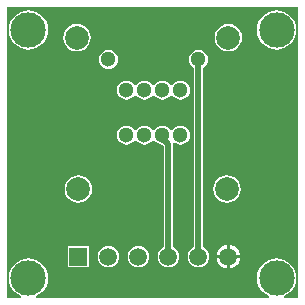
<source format=gbl>
G04*
G04 #@! TF.GenerationSoftware,Altium Limited,Altium Designer,19.1.3 (30)*
G04*
G04 Layer_Physical_Order=2*
G04 Layer_Color=16711680*
%FSLAX25Y25*%
%MOIN*%
G70*
G01*
G75*
%ADD24C,0.01968*%
%ADD25C,0.05906*%
%ADD26R,0.05906X0.05906*%
%ADD27C,0.11811*%
%ADD28C,0.05118*%
%ADD29C,0.07874*%
G36*
X97622Y1303D02*
X92989D01*
X92915Y1803D01*
X93049Y1843D01*
X94178Y2447D01*
X95167Y3258D01*
X95979Y4248D01*
X96582Y5376D01*
X96953Y6601D01*
X97079Y7874D01*
X96953Y9148D01*
X96582Y10372D01*
X95979Y11501D01*
X95167Y12490D01*
X94178Y13301D01*
X93049Y13905D01*
X91825Y14276D01*
X90551Y14401D01*
X89278Y14276D01*
X88053Y13905D01*
X86925Y13301D01*
X85936Y12490D01*
X85124Y11501D01*
X84521Y10372D01*
X84149Y9148D01*
X84024Y7874D01*
X84149Y6601D01*
X84521Y5376D01*
X85124Y4248D01*
X85936Y3258D01*
X86925Y2447D01*
X88053Y1843D01*
X88187Y1803D01*
X88113Y1303D01*
X10312D01*
X10238Y1803D01*
X10372Y1843D01*
X11501Y2447D01*
X12490Y3258D01*
X13301Y4248D01*
X13905Y5376D01*
X14276Y6601D01*
X14401Y7874D01*
X14276Y9148D01*
X13905Y10372D01*
X13301Y11501D01*
X12490Y12490D01*
X11501Y13301D01*
X10372Y13905D01*
X9148Y14276D01*
X7874Y14401D01*
X6601Y14276D01*
X5376Y13905D01*
X4248Y13301D01*
X3258Y12490D01*
X2447Y11501D01*
X1843Y10372D01*
X1472Y9148D01*
X1347Y7874D01*
X1472Y6601D01*
X1843Y5376D01*
X2447Y4248D01*
X3258Y3258D01*
X4248Y2447D01*
X5376Y1843D01*
X5510Y1803D01*
X5436Y1303D01*
X803D01*
Y98122D01*
X97622D01*
Y1303D01*
D02*
G37*
%LPC*%
G36*
X90551Y97079D02*
X89278Y96953D01*
X88053Y96582D01*
X86925Y95979D01*
X85936Y95167D01*
X85124Y94178D01*
X84521Y93049D01*
X84149Y91825D01*
X84024Y90551D01*
X84149Y89278D01*
X84521Y88053D01*
X85124Y86925D01*
X85936Y85936D01*
X86925Y85124D01*
X88053Y84521D01*
X89278Y84149D01*
X90551Y84024D01*
X91825Y84149D01*
X93049Y84521D01*
X94178Y85124D01*
X95167Y85936D01*
X95979Y86925D01*
X96582Y88053D01*
X96953Y89278D01*
X97079Y90551D01*
X96953Y91825D01*
X96582Y93049D01*
X95979Y94178D01*
X95167Y95167D01*
X94178Y95979D01*
X93049Y96582D01*
X91825Y96953D01*
X90551Y97079D01*
D02*
G37*
G36*
X7874D02*
X6601Y96953D01*
X5376Y96582D01*
X4248Y95979D01*
X3258Y95167D01*
X2447Y94178D01*
X1843Y93049D01*
X1472Y91825D01*
X1347Y90551D01*
X1472Y89278D01*
X1843Y88053D01*
X2447Y86925D01*
X3258Y85936D01*
X4248Y85124D01*
X5376Y84521D01*
X6601Y84149D01*
X7874Y84024D01*
X9148Y84149D01*
X10372Y84521D01*
X11501Y85124D01*
X12490Y85936D01*
X13301Y86925D01*
X13905Y88053D01*
X14276Y89278D01*
X14401Y90551D01*
X14276Y91825D01*
X13905Y93049D01*
X13301Y94178D01*
X12490Y95167D01*
X11501Y95979D01*
X10372Y96582D01*
X9148Y96953D01*
X7874Y97079D01*
D02*
G37*
G36*
X74500Y92567D02*
X73318Y92411D01*
X72217Y91955D01*
X71271Y91229D01*
X70545Y90283D01*
X70089Y89182D01*
X69933Y88000D01*
X70089Y86818D01*
X70545Y85717D01*
X71271Y84771D01*
X72217Y84045D01*
X73318Y83589D01*
X74500Y83433D01*
X75682Y83589D01*
X76783Y84045D01*
X77729Y84771D01*
X78455Y85717D01*
X78911Y86818D01*
X79067Y88000D01*
X78911Y89182D01*
X78455Y90283D01*
X77729Y91229D01*
X76783Y91955D01*
X75682Y92411D01*
X74500Y92567D01*
D02*
G37*
G36*
X24000D02*
X22818Y92411D01*
X21717Y91955D01*
X20771Y91229D01*
X20045Y90283D01*
X19589Y89182D01*
X19433Y88000D01*
X19589Y86818D01*
X20045Y85717D01*
X20771Y84771D01*
X21717Y84045D01*
X22818Y83589D01*
X24000Y83433D01*
X25182Y83589D01*
X26283Y84045D01*
X27229Y84771D01*
X27955Y85717D01*
X28411Y86818D01*
X28567Y88000D01*
X28411Y89182D01*
X27955Y90283D01*
X27229Y91229D01*
X26283Y91955D01*
X25182Y92411D01*
X24000Y92567D01*
D02*
G37*
G36*
X34500Y83894D02*
X33678Y83785D01*
X32912Y83468D01*
X32254Y82963D01*
X31749Y82305D01*
X31431Y81539D01*
X31323Y80717D01*
X31431Y79895D01*
X31749Y79129D01*
X32254Y78471D01*
X32912Y77966D01*
X33678Y77649D01*
X34500Y77540D01*
X35322Y77649D01*
X36088Y77966D01*
X36746Y78471D01*
X37251Y79129D01*
X37569Y79895D01*
X37677Y80717D01*
X37569Y81539D01*
X37251Y82305D01*
X36746Y82963D01*
X36088Y83468D01*
X35322Y83785D01*
X34500Y83894D01*
D02*
G37*
G36*
X58500Y73677D02*
X57678Y73568D01*
X56912Y73251D01*
X56254Y72746D01*
X55777Y72125D01*
X55500Y72090D01*
X55223Y72125D01*
X54746Y72746D01*
X54088Y73251D01*
X53322Y73568D01*
X52500Y73677D01*
X51678Y73568D01*
X50912Y73251D01*
X50254Y72746D01*
X49777Y72125D01*
X49500Y72090D01*
X49223Y72125D01*
X48746Y72746D01*
X48088Y73251D01*
X47322Y73568D01*
X46500Y73677D01*
X45678Y73568D01*
X44912Y73251D01*
X44254Y72746D01*
X43777Y72125D01*
X43500Y72090D01*
X43223Y72125D01*
X42746Y72746D01*
X42088Y73251D01*
X41322Y73568D01*
X40500Y73677D01*
X39678Y73568D01*
X38912Y73251D01*
X38254Y72746D01*
X37749Y72088D01*
X37431Y71322D01*
X37323Y70500D01*
X37431Y69678D01*
X37749Y68912D01*
X38254Y68254D01*
X38912Y67749D01*
X39678Y67431D01*
X40500Y67323D01*
X41322Y67431D01*
X42088Y67749D01*
X42746Y68254D01*
X43223Y68875D01*
X43500Y68910D01*
X43777Y68875D01*
X44254Y68254D01*
X44912Y67749D01*
X45678Y67431D01*
X46500Y67323D01*
X47322Y67431D01*
X48088Y67749D01*
X48746Y68254D01*
X49223Y68875D01*
X49500Y68910D01*
X49777Y68875D01*
X50254Y68254D01*
X50912Y67749D01*
X51678Y67431D01*
X52500Y67323D01*
X53322Y67431D01*
X54088Y67749D01*
X54746Y68254D01*
X55223Y68875D01*
X55500Y68910D01*
X55777Y68875D01*
X56254Y68254D01*
X56912Y67749D01*
X57678Y67431D01*
X58500Y67323D01*
X59322Y67431D01*
X60088Y67749D01*
X60746Y68254D01*
X61251Y68912D01*
X61568Y69678D01*
X61677Y70500D01*
X61568Y71322D01*
X61251Y72088D01*
X60746Y72746D01*
X60088Y73251D01*
X59322Y73568D01*
X58500Y73677D01*
D02*
G37*
G36*
Y58677D02*
X57678Y58569D01*
X56912Y58251D01*
X56254Y57746D01*
X55777Y57125D01*
X55500Y57090D01*
X55223Y57125D01*
X54746Y57746D01*
X54088Y58251D01*
X53322Y58569D01*
X52500Y58677D01*
X51678Y58569D01*
X50912Y58251D01*
X50254Y57746D01*
X49777Y57125D01*
X49500Y57090D01*
X49223Y57125D01*
X48746Y57746D01*
X48088Y58251D01*
X47322Y58569D01*
X46500Y58677D01*
X45678Y58569D01*
X44912Y58251D01*
X44254Y57746D01*
X43777Y57125D01*
X43500Y57090D01*
X43223Y57125D01*
X42746Y57746D01*
X42088Y58251D01*
X41322Y58569D01*
X40500Y58677D01*
X39678Y58569D01*
X38912Y58251D01*
X38254Y57746D01*
X37749Y57088D01*
X37431Y56322D01*
X37323Y55500D01*
X37431Y54678D01*
X37749Y53912D01*
X38254Y53254D01*
X38912Y52749D01*
X39678Y52431D01*
X40500Y52323D01*
X41322Y52431D01*
X42088Y52749D01*
X42746Y53254D01*
X43223Y53875D01*
X43500Y53910D01*
X43777Y53875D01*
X44254Y53254D01*
X44912Y52749D01*
X45678Y52431D01*
X46500Y52323D01*
X47322Y52431D01*
X48088Y52749D01*
X48746Y53254D01*
X49223Y53875D01*
X49500Y53910D01*
X49777Y53875D01*
X50254Y53254D01*
X50912Y52749D01*
X51678Y52431D01*
X52500Y52323D01*
X52548Y52329D01*
X52894Y51983D01*
Y18170D01*
X52713Y18095D01*
X51973Y17527D01*
X51405Y16787D01*
X51048Y15925D01*
X50926Y15000D01*
X51048Y14075D01*
X51405Y13213D01*
X51973Y12473D01*
X52713Y11905D01*
X53575Y11548D01*
X54500Y11426D01*
X55425Y11548D01*
X56287Y11905D01*
X57027Y12473D01*
X57595Y13213D01*
X57952Y14075D01*
X58074Y15000D01*
X57952Y15925D01*
X57595Y16787D01*
X57027Y17527D01*
X56287Y18095D01*
X56106Y18170D01*
Y52648D01*
X56106Y52648D01*
X56085Y52753D01*
X56538Y53035D01*
X56912Y52749D01*
X57678Y52431D01*
X58500Y52323D01*
X59322Y52431D01*
X60088Y52749D01*
X60746Y53254D01*
X61251Y53912D01*
X61568Y54678D01*
X61677Y55500D01*
X61568Y56322D01*
X61251Y57088D01*
X60746Y57746D01*
X60088Y58251D01*
X59322Y58569D01*
X58500Y58677D01*
D02*
G37*
G36*
X74000Y42067D02*
X72818Y41911D01*
X71717Y41455D01*
X70771Y40729D01*
X70045Y39783D01*
X69589Y38682D01*
X69433Y37500D01*
X69589Y36318D01*
X70045Y35217D01*
X70771Y34271D01*
X71717Y33545D01*
X72818Y33089D01*
X74000Y32933D01*
X75182Y33089D01*
X76283Y33545D01*
X77229Y34271D01*
X77955Y35217D01*
X78411Y36318D01*
X78567Y37500D01*
X78411Y38682D01*
X77955Y39783D01*
X77229Y40729D01*
X76283Y41455D01*
X75182Y41911D01*
X74000Y42067D01*
D02*
G37*
G36*
X24500D02*
X23318Y41911D01*
X22217Y41455D01*
X21271Y40729D01*
X20545Y39783D01*
X20089Y38682D01*
X19933Y37500D01*
X20089Y36318D01*
X20545Y35217D01*
X21271Y34271D01*
X22217Y33545D01*
X23318Y33089D01*
X24500Y32933D01*
X25682Y33089D01*
X26783Y33545D01*
X27729Y34271D01*
X28455Y35217D01*
X28911Y36318D01*
X29067Y37500D01*
X28911Y38682D01*
X28455Y39783D01*
X27729Y40729D01*
X26783Y41455D01*
X25682Y41911D01*
X24500Y42067D01*
D02*
G37*
G36*
X75000Y18921D02*
Y15500D01*
X78421D01*
X78351Y16032D01*
X77953Y16993D01*
X77319Y17819D01*
X76493Y18453D01*
X75532Y18851D01*
X75000Y18921D01*
D02*
G37*
G36*
X74000D02*
X73468Y18851D01*
X72507Y18453D01*
X71681Y17819D01*
X71047Y16993D01*
X70649Y16032D01*
X70579Y15500D01*
X74000D01*
Y18921D01*
D02*
G37*
G36*
X28043Y18543D02*
X20957D01*
Y11457D01*
X28043D01*
Y18543D01*
D02*
G37*
G36*
X64500Y83894D02*
X63678Y83785D01*
X62912Y83468D01*
X62254Y82963D01*
X61749Y82305D01*
X61431Y81539D01*
X61323Y80717D01*
X61431Y79895D01*
X61749Y79129D01*
X62254Y78471D01*
X62894Y77979D01*
Y18170D01*
X62713Y18095D01*
X61973Y17527D01*
X61405Y16787D01*
X61048Y15925D01*
X60926Y15000D01*
X61048Y14075D01*
X61405Y13213D01*
X61973Y12473D01*
X62713Y11905D01*
X63575Y11548D01*
X64500Y11426D01*
X65425Y11548D01*
X66287Y11905D01*
X67027Y12473D01*
X67595Y13213D01*
X67952Y14075D01*
X68074Y15000D01*
X67952Y15925D01*
X67595Y16787D01*
X67027Y17527D01*
X66287Y18095D01*
X66106Y18170D01*
Y77979D01*
X66746Y78471D01*
X67251Y79129D01*
X67568Y79895D01*
X67677Y80717D01*
X67568Y81539D01*
X67251Y82305D01*
X66746Y82963D01*
X66088Y83468D01*
X65322Y83785D01*
X64500Y83894D01*
D02*
G37*
G36*
X44500Y18574D02*
X43575Y18452D01*
X42713Y18095D01*
X41973Y17527D01*
X41405Y16787D01*
X41048Y15925D01*
X40926Y15000D01*
X41048Y14075D01*
X41405Y13213D01*
X41973Y12473D01*
X42713Y11905D01*
X43575Y11548D01*
X44500Y11426D01*
X45425Y11548D01*
X46287Y11905D01*
X47027Y12473D01*
X47595Y13213D01*
X47952Y14075D01*
X48074Y15000D01*
X47952Y15925D01*
X47595Y16787D01*
X47027Y17527D01*
X46287Y18095D01*
X45425Y18452D01*
X44500Y18574D01*
D02*
G37*
G36*
X34500D02*
X33575Y18452D01*
X32713Y18095D01*
X31973Y17527D01*
X31405Y16787D01*
X31048Y15925D01*
X30926Y15000D01*
X31048Y14075D01*
X31405Y13213D01*
X31973Y12473D01*
X32713Y11905D01*
X33575Y11548D01*
X34500Y11426D01*
X35425Y11548D01*
X36287Y11905D01*
X37027Y12473D01*
X37595Y13213D01*
X37952Y14075D01*
X38074Y15000D01*
X37952Y15925D01*
X37595Y16787D01*
X37027Y17527D01*
X36287Y18095D01*
X35425Y18452D01*
X34500Y18574D01*
D02*
G37*
G36*
X78421Y14500D02*
X75000D01*
Y11079D01*
X75532Y11149D01*
X76493Y11547D01*
X77319Y12181D01*
X77953Y13007D01*
X78351Y13968D01*
X78421Y14500D01*
D02*
G37*
G36*
X74000D02*
X70579D01*
X70649Y13968D01*
X71047Y13007D01*
X71681Y12181D01*
X72507Y11547D01*
X73468Y11149D01*
X74000Y11079D01*
Y14500D01*
D02*
G37*
%LPD*%
D24*
X64500Y15000D02*
Y80717D01*
X52500Y54648D02*
Y55500D01*
Y54648D02*
X54500Y52648D01*
Y15000D02*
Y52648D01*
D25*
X74500Y15000D02*
D03*
X64500D02*
D03*
X54500D02*
D03*
X44500D02*
D03*
X34500D02*
D03*
D26*
X24500D02*
D03*
D27*
X7874Y90551D02*
D03*
X90551D02*
D03*
Y7874D02*
D03*
X7874D02*
D03*
D28*
X46500Y55500D02*
D03*
X40500D02*
D03*
Y70500D02*
D03*
X46500D02*
D03*
X58500D02*
D03*
X52500D02*
D03*
X58500Y55500D02*
D03*
X52500D02*
D03*
X64500Y80717D02*
D03*
X34500D02*
D03*
D29*
X74000Y37500D02*
D03*
X24500D02*
D03*
X74500Y88000D02*
D03*
X24000D02*
D03*
M02*

</source>
